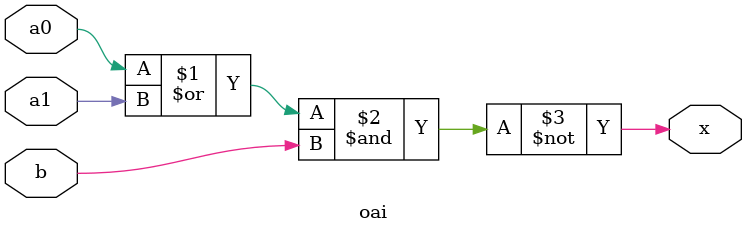
<source format=v>

module oai (a0, a1, b, x);

	input a0;
	input a1;
	input b;
	output x;

	nand (x, a0 | a1, b);

endmodule // oai

</source>
